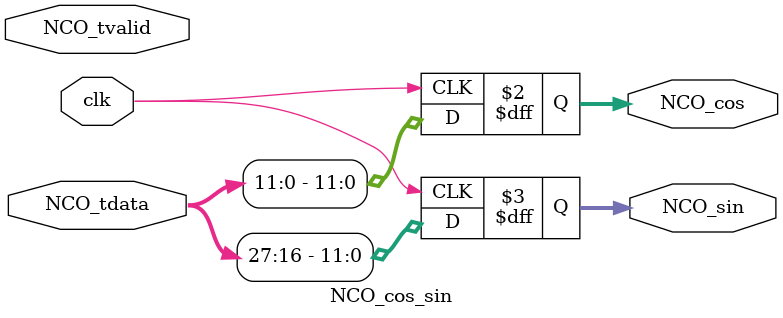
<source format=v>

module NCO_cos_sin # (
  parameter I_WIDTH = 32,
  parameter O_WIDTH = 12
) (
  // input
  input                           clk,
  input             [I_WIDTH-1:0] NCO_tdata,
  input                           NCO_tvalid,
  // output
  output reg signed [O_WIDTH-1:0] NCO_cos,
  output reg signed [O_WIDTH-1:0] NCO_sin
);
  // output assign
  always @(posedge clk) begin
    NCO_cos <= NCO_tdata[O_WIDTH-1:0];
    NCO_sin <= NCO_tdata[O_WIDTH-1+I_WIDTH/2:I_WIDTH/2];
  end
endmodule

</source>
